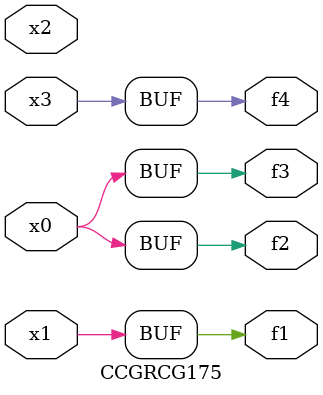
<source format=v>
module CCGRCG175(
	input x0, x1, x2, x3,
	output f1, f2, f3, f4
);
	assign f1 = x1;
	assign f2 = x0;
	assign f3 = x0;
	assign f4 = x3;
endmodule

</source>
